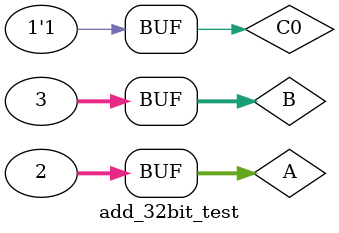
<source format=v>
`timescale 1ns / 1ps


module add_32bit_test;

	// Inputs
	reg [31:0] A;
	reg [31:0] B;
	reg C0;

	// Outputs
	wire [31:0] SUM;
	wire Overflow;

	// Instantiate the Unit Under Test (UUT)
	adder_32bit uut (
		.A(A), 
		.B(B), 
		.C0(C0), 
		.SUM(SUM), 
		.Overflow(Overflow)
	);

	initial begin
		// Initialize Inputs
		A = 0;
		B = 0;
		C0 = 0;

		// Wait 100 ns for global reset to finish
		#10 A=32'b10;
		#10 B=32'b11;
		#10 C0=1;
        
		// Add stimulus here

	end
      
endmodule


</source>
